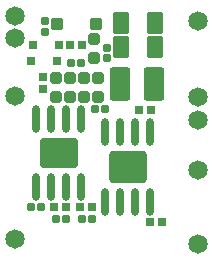
<source format=gbs>
G04*
G04 #@! TF.GenerationSoftware,Altium Limited,Altium Designer,22.9.1 (49)*
G04*
G04 Layer_Color=16711935*
%FSLAX25Y25*%
%MOIN*%
G70*
G04*
G04 #@! TF.SameCoordinates,54072B3C-91D6-4D2C-9FA6-DB57A1534E62*
G04*
G04*
G04 #@! TF.FilePolarity,Negative*
G04*
G01*
G75*
G04:AMPARAMS|DCode=42|XSize=41.34mil|YSize=38.98mil|CornerRadius=6.1mil|HoleSize=0mil|Usage=FLASHONLY|Rotation=0.000|XOffset=0mil|YOffset=0mil|HoleType=Round|Shape=RoundedRectangle|*
%AMROUNDEDRECTD42*
21,1,0.04134,0.02677,0,0,0.0*
21,1,0.02913,0.03898,0,0,0.0*
1,1,0.01221,0.01457,-0.01339*
1,1,0.01221,-0.01457,-0.01339*
1,1,0.01221,-0.01457,0.01339*
1,1,0.01221,0.01457,0.01339*
%
%ADD42ROUNDEDRECTD42*%
G04:AMPARAMS|DCode=44|XSize=76.38mil|YSize=50.79mil|CornerRadius=7.28mil|HoleSize=0mil|Usage=FLASHONLY|Rotation=90.000|XOffset=0mil|YOffset=0mil|HoleType=Round|Shape=RoundedRectangle|*
%AMROUNDEDRECTD44*
21,1,0.07638,0.03622,0,0,90.0*
21,1,0.06181,0.05079,0,0,90.0*
1,1,0.01457,0.01811,0.03091*
1,1,0.01457,0.01811,-0.03091*
1,1,0.01457,-0.01811,-0.03091*
1,1,0.01457,-0.01811,0.03091*
%
%ADD44ROUNDEDRECTD44*%
G04:AMPARAMS|DCode=47|XSize=29.13mil|YSize=29.13mil|CornerRadius=5.12mil|HoleSize=0mil|Usage=FLASHONLY|Rotation=90.000|XOffset=0mil|YOffset=0mil|HoleType=Round|Shape=RoundedRectangle|*
%AMROUNDEDRECTD47*
21,1,0.02913,0.01890,0,0,90.0*
21,1,0.01890,0.02913,0,0,90.0*
1,1,0.01024,0.00945,0.00945*
1,1,0.01024,0.00945,-0.00945*
1,1,0.01024,-0.00945,-0.00945*
1,1,0.01024,-0.00945,0.00945*
%
%ADD47ROUNDEDRECTD47*%
G04:AMPARAMS|DCode=48|XSize=25.2mil|YSize=29.13mil|CornerRadius=4.72mil|HoleSize=0mil|Usage=FLASHONLY|Rotation=0.000|XOffset=0mil|YOffset=0mil|HoleType=Round|Shape=RoundedRectangle|*
%AMROUNDEDRECTD48*
21,1,0.02520,0.01968,0,0,0.0*
21,1,0.01575,0.02913,0,0,0.0*
1,1,0.00945,0.00787,-0.00984*
1,1,0.00945,-0.00787,-0.00984*
1,1,0.00945,-0.00787,0.00984*
1,1,0.00945,0.00787,0.00984*
%
%ADD48ROUNDEDRECTD48*%
G04:AMPARAMS|DCode=49|XSize=25.2mil|YSize=29.13mil|CornerRadius=4.72mil|HoleSize=0mil|Usage=FLASHONLY|Rotation=270.000|XOffset=0mil|YOffset=0mil|HoleType=Round|Shape=RoundedRectangle|*
%AMROUNDEDRECTD49*
21,1,0.02520,0.01968,0,0,270.0*
21,1,0.01575,0.02913,0,0,270.0*
1,1,0.00945,-0.00984,-0.00787*
1,1,0.00945,-0.00984,0.00787*
1,1,0.00945,0.00984,0.00787*
1,1,0.00945,0.00984,-0.00787*
%
%ADD49ROUNDEDRECTD49*%
%ADD50C,0.06457*%
G04:AMPARAMS|DCode=71|XSize=111.81mil|YSize=68.5mil|CornerRadius=9.06mil|HoleSize=0mil|Usage=FLASHONLY|Rotation=90.000|XOffset=0mil|YOffset=0mil|HoleType=Round|Shape=RoundedRectangle|*
%AMROUNDEDRECTD71*
21,1,0.11181,0.05039,0,0,90.0*
21,1,0.09370,0.06850,0,0,90.0*
1,1,0.01811,0.02520,0.04685*
1,1,0.01811,0.02520,-0.04685*
1,1,0.01811,-0.02520,-0.04685*
1,1,0.01811,-0.02520,0.04685*
%
%ADD71ROUNDEDRECTD71*%
G04:AMPARAMS|DCode=72|XSize=38.98mil|YSize=38.98mil|CornerRadius=6.1mil|HoleSize=0mil|Usage=FLASHONLY|Rotation=270.000|XOffset=0mil|YOffset=0mil|HoleType=Round|Shape=RoundedRectangle|*
%AMROUNDEDRECTD72*
21,1,0.03898,0.02677,0,0,270.0*
21,1,0.02677,0.03898,0,0,270.0*
1,1,0.01221,-0.01339,-0.01339*
1,1,0.01221,-0.01339,0.01339*
1,1,0.01221,0.01339,0.01339*
1,1,0.01221,0.01339,-0.01339*
%
%ADD72ROUNDEDRECTD72*%
G04:AMPARAMS|DCode=73|XSize=29.13mil|YSize=29.13mil|CornerRadius=5.12mil|HoleSize=0mil|Usage=FLASHONLY|Rotation=180.000|XOffset=0mil|YOffset=0mil|HoleType=Round|Shape=RoundedRectangle|*
%AMROUNDEDRECTD73*
21,1,0.02913,0.01890,0,0,180.0*
21,1,0.01890,0.02913,0,0,180.0*
1,1,0.01024,-0.00945,0.00945*
1,1,0.01024,0.00945,0.00945*
1,1,0.01024,0.00945,-0.00945*
1,1,0.01024,-0.00945,-0.00945*
%
%ADD73ROUNDEDRECTD73*%
G04:AMPARAMS|DCode=74|XSize=127.56mil|YSize=100mil|CornerRadius=12.21mil|HoleSize=0mil|Usage=FLASHONLY|Rotation=180.000|XOffset=0mil|YOffset=0mil|HoleType=Round|Shape=RoundedRectangle|*
%AMROUNDEDRECTD74*
21,1,0.12756,0.07559,0,0,180.0*
21,1,0.10315,0.10000,0,0,180.0*
1,1,0.02441,-0.05158,0.03780*
1,1,0.02441,0.05158,0.03780*
1,1,0.02441,0.05158,-0.03780*
1,1,0.02441,-0.05158,-0.03780*
%
%ADD74ROUNDEDRECTD74*%
%ADD75O,0.02520X0.09213*%
G04:AMPARAMS|DCode=76|XSize=123.62mil|YSize=109.84mil|CornerRadius=13.19mil|HoleSize=0mil|Usage=FLASHONLY|Rotation=0.000|XOffset=0mil|YOffset=0mil|HoleType=Round|Shape=RoundedRectangle|*
%AMROUNDEDRECTD76*
21,1,0.12362,0.08346,0,0,0.0*
21,1,0.09724,0.10984,0,0,0.0*
1,1,0.02638,0.04862,-0.04173*
1,1,0.02638,-0.04862,-0.04173*
1,1,0.02638,-0.04862,0.04173*
1,1,0.02638,0.04862,0.04173*
%
%ADD76ROUNDEDRECTD76*%
D42*
X16923Y76346D02*
D03*
X29915D02*
D03*
D44*
X38358Y76772D02*
D03*
X49775D02*
D03*
X38358Y68740D02*
D03*
X49775D02*
D03*
D47*
X12402Y58661D02*
D03*
Y54724D02*
D03*
X17717Y69291D02*
D03*
X9055D02*
D03*
X16929Y64043D02*
D03*
X8268D02*
D03*
D48*
X16611Y11417D02*
D03*
X20155D02*
D03*
X33090Y48071D02*
D03*
X29546D02*
D03*
X25092Y63255D02*
D03*
X21549D02*
D03*
X25230Y11417D02*
D03*
X28773D02*
D03*
X11811Y15354D02*
D03*
X8268D02*
D03*
D49*
X33753Y68374D02*
D03*
Y64830D02*
D03*
X12986Y73688D02*
D03*
Y77232D02*
D03*
D50*
X2953Y71653D02*
D03*
Y78937D02*
D03*
Y4724D02*
D03*
Y52165D02*
D03*
X63976Y51968D02*
D03*
Y77165D02*
D03*
Y27559D02*
D03*
Y44488D02*
D03*
Y2953D02*
D03*
D71*
X38189Y56299D02*
D03*
X49213D02*
D03*
D72*
X16535Y58196D02*
D03*
Y51976D02*
D03*
X30629Y58196D02*
D03*
Y51976D02*
D03*
X25938Y58196D02*
D03*
Y51976D02*
D03*
X21246Y58196D02*
D03*
Y51976D02*
D03*
X29448Y71228D02*
D03*
Y65007D02*
D03*
D73*
X16021Y15354D02*
D03*
X19958D02*
D03*
X28576D02*
D03*
X24639D02*
D03*
X25289Y69291D02*
D03*
X21352D02*
D03*
X48222Y47677D02*
D03*
X44285D02*
D03*
X48124Y10236D02*
D03*
X52061D02*
D03*
D74*
X17572Y33432D02*
D03*
D75*
X10072Y44751D02*
D03*
X15072D02*
D03*
X20072D02*
D03*
X25072D02*
D03*
X10072Y22114D02*
D03*
X15072D02*
D03*
X20072D02*
D03*
X25072D02*
D03*
X33139Y40322D02*
D03*
X38139D02*
D03*
X43139D02*
D03*
X48139D02*
D03*
X33139Y16897D02*
D03*
X38139D02*
D03*
X43139D02*
D03*
X48139D02*
D03*
D76*
X40639Y28609D02*
D03*
M02*

</source>
